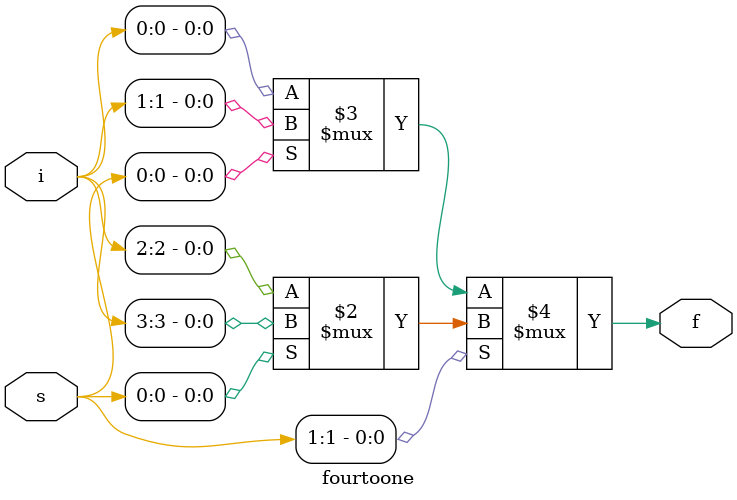
<source format=v>
module l7q4(b,g);
input [3:0]b;
output [3:0]g;
fourtoone stage0({4{b[1]^b[0]}},b[3:2],g[0]);
fourtoone stage1({~b[1],b[1],~b[1],b[1]},b[3:2],g[1]);
fourtoone stage2({1'b0,1'b1,1'b1,1'b0},b[3:2],g[2]);
fourtoone stage3({1'b1,1'b1,1'b0,1'b0},b[3:2],g[3]);
endmodule
module fourtoone(i,s,f);
input [3:0]i;
input [1:0]s;
output f;
reg f;
always @(i,s)
begin
f = s[1]?(s[0]?i[3]:i[2]):(s[0]?i[1]:i[0]);
end
endmodule

</source>
